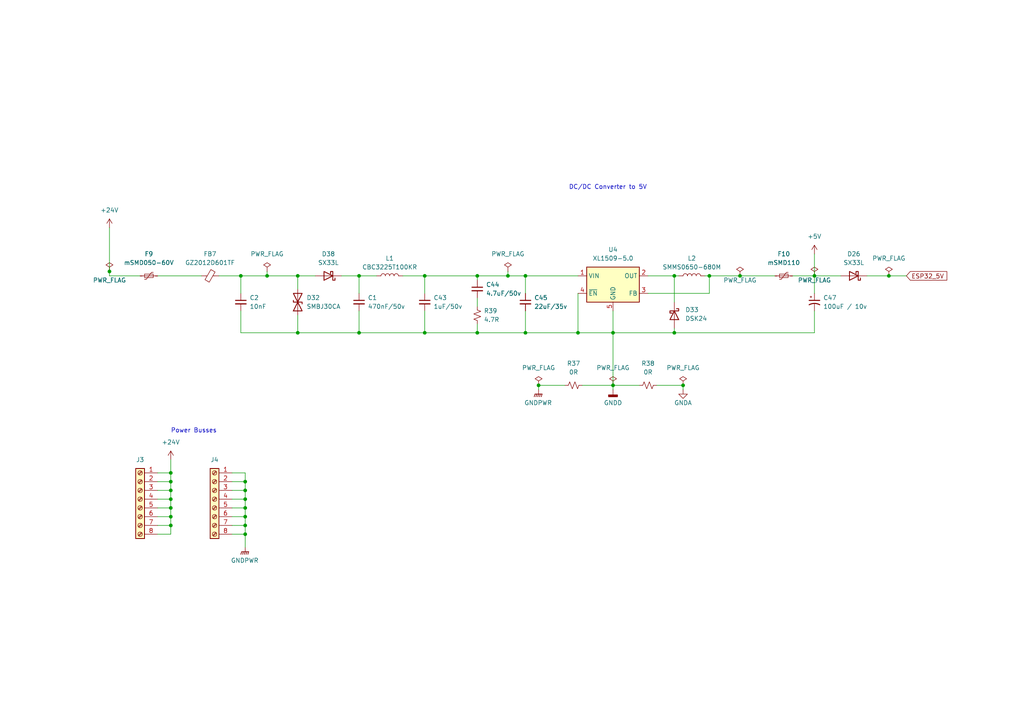
<source format=kicad_sch>
(kicad_sch (version 20231120) (generator "eeschema") (generator_version "8.0")
  (paper "A4")
  (title_block (title "Yarrboard 8ch Mosfet Driver") (rev "C1") (company "https://github.com/hoeken/yarrboard"))
  (lib_symbols
    (symbol "Connector:Screw_Terminal_01x08" (pin_names (offset 1.016) hide)
      (property "Reference" "J" (at 0 10.16 0))
      (property "Value" "Screw_Terminal_01x08" (at 0 -12.7 0))
      (symbol "Screw_Terminal_01x08_1_1"
        (rectangle (start -1.27 8.89) (end 1.27 -11.43) (stroke (width 0.254)) (fill (type background)))
        (circle (center 0 -10.16) (radius 0.635) (stroke (width 0.1524)))
        (circle (center 0 -7.62) (radius 0.635) (stroke (width 0.1524)))
        (circle (center 0 -5.08) (radius 0.635) (stroke (width 0.1524)))
        (circle (center 0 -2.54) (radius 0.635) (stroke (width 0.1524)))
        (polyline (pts (xy -0.5334 -9.8298) (xy 0.3302 -10.668)) (stroke (width 0.1524)))
        (polyline (pts (xy -0.5334 -7.2898) (xy 0.3302 -8.128)) (stroke (width 0.1524)))
        (polyline (pts (xy -0.5334 -4.7498) (xy 0.3302 -5.588)) (stroke (width 0.1524)))
        (polyline (pts (xy -0.5334 -2.2098) (xy 0.3302 -3.048)) (stroke (width 0.1524)))
        (polyline (pts (xy -0.5334 0.3302) (xy 0.3302 -0.508)) (stroke (width 0.1524)))
        (polyline (pts (xy -0.5334 2.8702) (xy 0.3302 2.032)) (stroke (width 0.1524)))
        (polyline (pts (xy -0.5334 5.4102) (xy 0.3302 4.572)) (stroke (width 0.1524)))
        (polyline (pts (xy -0.5334 7.9502) (xy 0.3302 7.112)) (stroke (width 0.1524)))
        (polyline (pts (xy -0.3556 -9.652) (xy 0.508 -10.4902)) (stroke (width 0.1524)))
        (polyline (pts (xy -0.3556 -7.112) (xy 0.508 -7.9502)) (stroke (width 0.1524)))
        (polyline (pts (xy -0.3556 -4.572) (xy 0.508 -5.4102)) (stroke (width 0.1524)))
        (polyline (pts (xy -0.3556 -2.032) (xy 0.508 -2.8702)) (stroke (width 0.1524)))
        (polyline (pts (xy -0.3556 0.508) (xy 0.508 -0.3302)) (stroke (width 0.1524)))
        (polyline (pts (xy -0.3556 3.048) (xy 0.508 2.2098)) (stroke (width 0.1524)))
        (polyline (pts (xy -0.3556 5.588) (xy 0.508 4.7498)) (stroke (width 0.1524)))
        (polyline (pts (xy -0.3556 8.128) (xy 0.508 7.2898)) (stroke (width 0.1524)))
        (circle (center 0 0) (radius 0.635) (stroke (width 0.1524)))
        (circle (center 0 2.54) (radius 0.635) (stroke (width 0.1524)))
        (circle (center 0 5.08) (radius 0.635) (stroke (width 0.1524)))
        (circle (center 0 7.62) (radius 0.635) (stroke (width 0.1524)))
        (pin passive line (at -5.08 7.62 0) (length 3.81) (name "Pin_1") (number "1"))
        (pin passive line (at -5.08 5.08 0) (length 3.81) (name "Pin_2") (number "2"))
        (pin passive line (at -5.08 2.54 0) (length 3.81) (name "Pin_3") (number "3"))
        (pin passive line (at -5.08 0 0) (length 3.81) (name "Pin_4") (number "4"))
        (pin passive line (at -5.08 -2.54 0) (length 3.81) (name "Pin_5") (number "5"))
        (pin passive line (at -5.08 -5.08 0) (length 3.81) (name "Pin_6") (number "6"))
        (pin passive line (at -5.08 -7.62 0) (length 3.81) (name "Pin_7") (number "7"))
        (pin passive line (at -5.08 -10.16 0) (length 3.81) (name "Pin_8") (number "8"))
      )
    )
    (symbol "Device:C_Polarized_Small_US" (pin_numbers hide) (pin_names (offset 0.254) hide)
      (property "Reference" "C" (at 0.254 1.778 0))
      (property "Value" "C_Polarized_Small_US" (at 0.254 -2.032 0))
      (symbol "C_Polarized_Small_US_0_1"
        (polyline (pts (xy -1.524 0.508) (xy 1.524 0.508)) (stroke (width 0.3048)))
        (polyline (pts (xy -1.27 1.524) (xy -0.762 1.524)))
        (polyline (pts (xy -1.016 1.27) (xy -1.016 1.778)))
        (arc (start 1.524 -0.762) (mid 0 -0.3734) (end -1.524 -0.762) (stroke (width 0.3048)))
      )
      (symbol "C_Polarized_Small_US_1_1"
        (pin passive line (at 0 2.54 270) (length 2.032) (name "~") (number "1"))
        (pin passive line (at 0 -2.54 90) (length 2.032) (name "~") (number "2"))
      )
    )
    (symbol "Device:C_Small" (pin_numbers hide) (pin_names (offset 0.254) hide)
      (property "Reference" "C" (at 0.254 1.778 0))
      (property "Value" "C_Small" (at 0.254 -2.032 0))
      (symbol "C_Small_0_1"
        (polyline (pts (xy -1.524 -0.508) (xy 1.524 -0.508)) (stroke (width 0.3302)))
        (polyline (pts (xy -1.524 0.508) (xy 1.524 0.508)) (stroke (width 0.3048)))
      )
      (symbol "C_Small_1_1"
        (pin passive line (at 0 2.54 270) (length 2.032) (name "~") (number "1"))
        (pin passive line (at 0 -2.54 90) (length 2.032) (name "~") (number "2"))
      )
    )
    (symbol "Device:D_Schottky" (pin_numbers hide) (pin_names (offset 1.016) hide)
      (property "Reference" "D" (at 0 2.54 0))
      (property "Value" "D_Schottky" (at 0 -2.54 0))
      (symbol "D_Schottky_0_1"
        (polyline (pts (xy 1.27 0) (xy -1.27 0)))
        (polyline (pts (xy 1.27 1.27) (xy 1.27 -1.27) (xy -1.27 0) (xy 1.27 1.27)) (stroke (width 0.254)))
        (polyline (pts (xy -1.905 0.635) (xy -1.905 1.27) (xy -1.27 1.27) (xy -1.27 -1.27) (xy -0.635 -1.27) (xy -0.635 -0.635)) (stroke (width 0.254)))
      )
      (symbol "D_Schottky_1_1"
        (pin passive line (at -3.81 0 0) (length 2.54) (name "K") (number "1"))
        (pin passive line (at 3.81 0 180) (length 2.54) (name "A") (number "2"))
      )
    )
    (symbol "Device:D_TVS" (pin_numbers hide) (pin_names (offset 1.016) hide)
      (property "Reference" "D" (at 0 2.54 0))
      (property "Value" "D_TVS" (at 0 -2.54 0))
      (symbol "D_TVS_0_1"
        (polyline (pts (xy 1.27 0) (xy -1.27 0)))
        (polyline (pts (xy 0.508 1.27) (xy 0 1.27) (xy 0 -1.27) (xy -0.508 -1.27)) (stroke (width 0.254)))
        (polyline (pts (xy -2.54 1.27) (xy -2.54 -1.27) (xy 2.54 1.27) (xy 2.54 -1.27) (xy -2.54 1.27)) (stroke (width 0.254)))
      )
      (symbol "D_TVS_1_1"
        (pin passive line (at -3.81 0 0) (length 2.54) (name "A1") (number "1"))
        (pin passive line (at 3.81 0 180) (length 2.54) (name "A2") (number "2"))
      )
    )
    (symbol "Device:FerriteBead_Small" (pin_numbers hide) (pin_names (offset 0))
      (property "Reference" "FB" (at 1.905 1.27 0))
      (property "Value" "FerriteBead_Small" (at 1.905 -1.27 0))
      (symbol "FerriteBead_Small_0_1"
        (polyline (pts (xy 0 -1.27) (xy 0 -0.7874)))
        (polyline (pts (xy 0 0.889) (xy 0 1.2954)))
        (polyline (pts (xy -1.8288 0.2794) (xy -1.1176 1.4986) (xy 1.8288 -0.2032) (xy 1.1176 -1.4224) (xy -1.8288 0.2794)))
      )
      (symbol "FerriteBead_Small_1_1"
        (pin passive line (at 0 2.54 270) (length 1.27) (name "~") (number "1"))
        (pin passive line (at 0 -2.54 90) (length 1.27) (name "~") (number "2"))
      )
    )
    (symbol "Device:L" (pin_numbers hide) (pin_names (offset 1.016) hide)
      (property "Reference" "L" (at -1.27 0 90))
      (property "Value" "L" (at 1.905 0 90))
      (symbol "L_0_1"
        (arc (start 0 -2.54) (mid 0.6323 -1.905) (end 0 -1.27))
        (arc (start 0 -1.27) (mid 0.6323 -0.635) (end 0 0))
        (arc (start 0 0) (mid 0.6323 0.635) (end 0 1.27))
        (arc (start 0 1.27) (mid 0.6323 1.905) (end 0 2.54))
      )
      (symbol "L_1_1"
        (pin passive line (at 0 3.81 270) (length 1.27) (name "1") (number "1"))
        (pin passive line (at 0 -3.81 90) (length 1.27) (name "2") (number "2"))
      )
    )
    (symbol "Device:Polyfuse_Small" (pin_numbers hide) (pin_names (offset 0))
      (property "Reference" "F" (at -1.905 0 90))
      (property "Value" "Polyfuse_Small" (at 1.905 0 90))
      (symbol "Polyfuse_Small_0_1"
        (rectangle (start -0.508 1.27) (end 0.508 -1.27))
        (polyline (pts (xy 0 2.54) (xy 0 -2.54)))
        (polyline (pts (xy -1.016 1.27) (xy -1.016 0.762) (xy 1.016 -0.762) (xy 1.016 -1.27)))
      )
      (symbol "Polyfuse_Small_1_1"
        (pin passive line (at 0 2.54 270) (length 0.635) (name "~") (number "1"))
        (pin passive line (at 0 -2.54 90) (length 0.635) (name "~") (number "2"))
      )
    )
    (symbol "Device:R_Small_US" (pin_numbers hide) (pin_names (offset 0.254) hide)
      (property "Reference" "R" (at 0.762 0.508 0))
      (property "Value" "R_Small_US" (at 0.762 -1.016 0))
      (symbol "R_Small_US_1_1"
        (polyline (pts (xy 0 0) (xy 1.016 -0.381) (xy 0 -0.762) (xy -1.016 -1.143) (xy 0 -1.524)))
        (polyline (pts (xy 0 1.524) (xy 1.016 1.143) (xy 0 0.762) (xy -1.016 0.381) (xy 0 0)))
        (pin passive line (at 0 2.54 270) (length 1.016) (name "~") (number "1"))
        (pin passive line (at 0 -2.54 90) (length 1.016) (name "~") (number "2"))
      )
    )
    (symbol "Regulator_Switching:XL1509-5.0"
      (property "Reference" "U" (at -7.112 6.096 0))
      (property "Value" "XL1509-5.0" (at 5.842 6.096 0))
      (symbol "XL1509-5.0_0_1"
        (rectangle (start -7.62 5.08) (end 7.62 -5.08) (stroke (width 0.254)) (fill (type background)))
      )
      (symbol "XL1509-5.0_1_1"
        (pin power_in line (at -10.16 2.54 0) (length 2.54) (name "VIN") (number "1"))
        (pin power_out line (at 10.16 2.54 180) (length 2.54) (name "OUT") (number "2"))
        (pin input line (at 10.16 -2.54 180) (length 2.54) (name "FB") (number "3"))
        (pin input line (at -10.16 -2.54 0) (length 2.54) (name "~{EN}") (number "4"))
        (pin power_in line (at 0 -7.62 90) (length 2.54) (name "GND") (number "5"))
        (pin passive line (at 0 -7.62 90) (length 2.54) hide (name "GND") (number "6"))
        (pin passive line (at 0 -7.62 90) (length 2.54) hide (name "GND") (number "7"))
        (pin passive line (at 0 -7.62 90) (length 2.54) hide (name "GND") (number "8"))
      )
    )
    (symbol "power:+24V" (power) (pin_names (offset 0))
      (property "Value" "+24V" (at 0 3.556 0))
      (symbol "+24V_0_1"
        (polyline (pts (xy -0.762 1.27) (xy 0 2.54)))
        (polyline (pts (xy 0 0) (xy 0 2.54)))
        (polyline (pts (xy 0 2.54) (xy 0.762 1.27)))
      )
      (symbol "+24V_1_1"
        (pin power_in line (at 0 0 90) (length 0) hide (name "+24V") (number "1"))
      )
    )
    (symbol "power:+5V" (power) (pin_names (offset 0))
      (property "Value" "+5V" (at 0 3.556 0))
      (symbol "+5V_0_1"
        (polyline (pts (xy -0.762 1.27) (xy 0 2.54)))
        (polyline (pts (xy 0 0) (xy 0 2.54)))
        (polyline (pts (xy 0 2.54) (xy 0.762 1.27)))
      )
      (symbol "+5V_1_1"
        (pin power_in line (at 0 0 90) (length 0) hide (name "+5V") (number "1"))
      )
    )
    (symbol "power:GNDA" (power) (pin_names (offset 0))
      (property "Value" "GNDA" (at 0 -3.81 0))
      (symbol "GNDA_0_1"
        (polyline (pts (xy 0 0) (xy 0 -1.27) (xy 1.27 -1.27) (xy 0 -2.54) (xy -1.27 -1.27) (xy 0 -1.27)))
      )
      (symbol "GNDA_1_1"
        (pin power_in line (at 0 0 270) (length 0) hide (name "GNDA") (number "1"))
      )
    )
    (symbol "power:GNDD" (power) (pin_names (offset 0))
      (property "Value" "GNDD" (at 0 -3.175 0))
      (symbol "GNDD_0_1"
        (rectangle (start -1.27 -1.524) (end 1.27 -2.032) (stroke (width 0.254)) (fill (type outline)))
        (polyline (pts (xy 0 0) (xy 0 -1.524)))
      )
      (symbol "GNDD_1_1"
        (pin power_in line (at 0 0 270) (length 0) hide (name "GNDD") (number "1"))
      )
    )
    (symbol "power:GNDPWR" (power) (pin_names (offset 0))
      (property "Value" "GNDPWR" (at 0 -3.302 0))
      (symbol "GNDPWR_0_1"
        (polyline (pts (xy 0 -1.27) (xy 0 0)))
        (polyline (pts (xy -1.016 -1.27) (xy -1.27 -2.032) (xy -1.27 -2.032)) (stroke (width 0.2032)))
        (polyline (pts (xy -0.508 -1.27) (xy -0.762 -2.032) (xy -0.762 -2.032)) (stroke (width 0.2032)))
        (polyline (pts (xy 0 -1.27) (xy -0.254 -2.032) (xy -0.254 -2.032)) (stroke (width 0.2032)))
        (polyline (pts (xy 0.508 -1.27) (xy 0.254 -2.032) (xy 0.254 -2.032)) (stroke (width 0.2032)))
        (polyline (pts (xy 1.016 -1.27) (xy -1.016 -1.27) (xy -1.016 -1.27)) (stroke (width 0.2032)))
        (polyline (pts (xy 1.016 -1.27) (xy 0.762 -2.032) (xy 0.762 -2.032) (xy 0.762 -2.032)) (stroke (width 0.2032)))
      )
      (symbol "GNDPWR_1_1"
        (pin power_in line (at 0 0 270) (length 0) hide (name "GNDPWR") (number "1"))
      )
    )
    (symbol "power:PWR_FLAG" (power) (pin_numbers hide) (pin_names (offset 0) hide)
      (property "Value" "PWR_FLAG" (at 0 3.81 0))
      (symbol "PWR_FLAG_0_0"
        (pin power_out line (at 0 0 90) (length 0) (name "pwr") (number "1"))
      )
      (symbol "PWR_FLAG_0_1"
        (polyline (pts (xy 0 0) (xy 0 1.27) (xy -1.016 1.905) (xy 0 2.54) (xy 1.016 1.905) (xy 0 1.27)))
      )
    )
  )
  (junction (at 177.8 111.76))
  (junction (at 71.12 142.24))
  (junction (at 195.58 96.52))
  (junction (at 69.85 80.01))
  (junction (at 152.4 80.01))
  (junction (at 49.53 137.16))
  (junction (at 177.8 96.52))
  (junction (at 71.12 149.86))
  (junction (at 138.43 80.01))
  (junction (at 71.12 144.78))
  (junction (at 71.12 154.94))
  (junction (at 123.19 80.01))
  (junction (at 71.12 152.4))
  (junction (at 236.22 80.01))
  (junction (at 49.53 152.4))
  (junction (at 195.58 80.01))
  (junction (at 156.21 111.76))
  (junction (at 71.12 147.32))
  (junction (at 152.4 96.52))
  (junction (at 31.75 78.74))
  (junction (at 123.19 96.52))
  (junction (at 86.36 80.01))
  (junction (at 205.74 80.01))
  (junction (at 104.14 96.52))
  (junction (at 49.53 142.24))
  (junction (at 257.81 80.01))
  (junction (at 198.12 111.76))
  (junction (at 214.63 80.01))
  (junction (at 49.53 139.7))
  (junction (at 49.53 149.86))
  (junction (at 104.14 80.01))
  (junction (at 77.47 80.01))
  (junction (at 138.43 96.52))
  (junction (at 147.32 80.01))
  (junction (at 71.12 139.7))
  (junction (at 49.53 144.78))
  (junction (at 49.53 147.32))
  (junction (at 86.36 96.52))
  (junction (at 167.64 96.52))
  (wire (pts (xy 138.43 96.52) (xy 152.4 96.52)))
  (wire (pts (xy 138.43 93.98) (xy 138.43 96.52)))
  (wire (pts (xy 49.53 137.16) (xy 49.53 139.7)))
  (wire (pts (xy 147.32 78.74) (xy 147.32 80.01)))
  (wire (pts (xy 69.85 90.17) (xy 69.85 96.52)))
  (wire (pts (xy 138.43 80.01) (xy 147.32 80.01)))
  (wire (pts (xy 86.36 80.01) (xy 91.44 80.01)))
  (wire (pts (xy 123.19 96.52) (xy 138.43 96.52)))
  (wire (pts (xy 71.12 144.78) (xy 71.12 142.24)))
  (wire (pts (xy 67.31 139.7) (xy 71.12 139.7)))
  (wire (pts (xy 49.53 147.32) (xy 49.53 149.86)))
  (wire (pts (xy 45.72 137.16) (xy 49.53 137.16)))
  (wire (pts (xy 138.43 80.01) (xy 138.43 81.28)))
  (wire (pts (xy 63.5 80.01) (xy 69.85 80.01)))
  (wire (pts (xy 45.72 152.4) (xy 49.53 152.4)))
  (wire (pts (xy 67.31 152.4) (xy 71.12 152.4)))
  (wire (pts (xy 187.96 80.01) (xy 195.58 80.01)))
  (wire (pts (xy 116.84 80.01) (xy 123.19 80.01)))
  (wire (pts (xy 71.12 139.7) (xy 71.12 137.16)))
  (wire (pts (xy 104.14 80.01) (xy 109.22 80.01)))
  (wire (pts (xy 152.4 96.52) (xy 167.64 96.52)))
  (wire (pts (xy 123.19 80.01) (xy 123.19 85.09)))
  (wire (pts (xy 71.12 149.86) (xy 71.12 147.32)))
  (wire (pts (xy 67.31 147.32) (xy 71.12 147.32)))
  (wire (pts (xy 177.8 96.52) (xy 195.58 96.52)))
  (wire (pts (xy 67.31 144.78) (xy 71.12 144.78)))
  (wire (pts (xy 167.64 96.52) (xy 177.8 96.52)))
  (wire (pts (xy 147.32 80.01) (xy 152.4 80.01)))
  (wire (pts (xy 251.46 80.01) (xy 257.81 80.01)))
  (wire (pts (xy 49.53 144.78) (xy 49.53 147.32)))
  (wire (pts (xy 69.85 80.01) (xy 77.47 80.01)))
  (wire (pts (xy 67.31 154.94) (xy 71.12 154.94)))
  (wire (pts (xy 152.4 90.17) (xy 152.4 96.52)))
  (wire (pts (xy 123.19 80.01) (xy 138.43 80.01)))
  (wire (pts (xy 195.58 80.01) (xy 195.58 87.63)))
  (wire (pts (xy 205.74 80.01) (xy 205.74 85.09)))
  (wire (pts (xy 45.72 149.86) (xy 49.53 149.86)))
  (wire (pts (xy 67.31 149.86) (xy 71.12 149.86)))
  (wire (pts (xy 86.36 91.44) (xy 86.36 96.52)))
  (wire (pts (xy 257.81 80.01) (xy 262.89 80.01)))
  (wire (pts (xy 168.91 111.76) (xy 177.8 111.76)))
  (wire (pts (xy 71.12 137.16) (xy 67.31 137.16)))
  (wire (pts (xy 229.87 80.01) (xy 236.22 80.01)))
  (wire (pts (xy 31.75 80.01) (xy 40.64 80.01)))
  (wire (pts (xy 205.74 85.09) (xy 187.96 85.09)))
  (wire (pts (xy 31.75 78.74) (xy 31.75 80.01)))
  (wire (pts (xy 236.22 73.66) (xy 236.22 80.01)))
  (wire (pts (xy 69.85 96.52) (xy 86.36 96.52)))
  (wire (pts (xy 49.53 142.24) (xy 49.53 144.78)))
  (wire (pts (xy 177.8 111.76) (xy 177.8 113.03)))
  (wire (pts (xy 77.47 78.74) (xy 77.47 80.01)))
  (wire (pts (xy 138.43 86.36) (xy 138.43 88.9)))
  (wire (pts (xy 177.8 90.17) (xy 177.8 96.52)))
  (wire (pts (xy 177.8 96.52) (xy 177.8 111.76)))
  (wire (pts (xy 195.58 80.01) (xy 196.85 80.01)))
  (wire (pts (xy 195.58 95.25) (xy 195.58 96.52)))
  (wire (pts (xy 45.72 147.32) (xy 49.53 147.32)))
  (wire (pts (xy 49.53 152.4) (xy 49.53 154.94)))
  (wire (pts (xy 45.72 80.01) (xy 58.42 80.01)))
  (wire (pts (xy 152.4 80.01) (xy 152.4 85.09)))
  (wire (pts (xy 49.53 133.35) (xy 49.53 137.16)))
  (wire (pts (xy 205.74 80.01) (xy 214.63 80.01)))
  (wire (pts (xy 49.53 139.7) (xy 49.53 142.24)))
  (wire (pts (xy 45.72 154.94) (xy 49.53 154.94)))
  (wire (pts (xy 69.85 80.01) (xy 69.85 85.09)))
  (wire (pts (xy 152.4 80.01) (xy 167.64 80.01)))
  (wire (pts (xy 236.22 80.01) (xy 243.84 80.01)))
  (wire (pts (xy 190.5 111.76) (xy 198.12 111.76)))
  (wire (pts (xy 104.14 96.52) (xy 123.19 96.52)))
  (wire (pts (xy 123.19 90.17) (xy 123.19 96.52)))
  (wire (pts (xy 99.06 80.01) (xy 104.14 80.01)))
  (wire (pts (xy 45.72 144.78) (xy 49.53 144.78)))
  (wire (pts (xy 86.36 96.52) (xy 104.14 96.52)))
  (wire (pts (xy 71.12 147.32) (xy 71.12 144.78)))
  (wire (pts (xy 236.22 90.17) (xy 236.22 96.52)))
  (wire (pts (xy 214.63 80.01) (xy 224.79 80.01)))
  (wire (pts (xy 71.12 142.24) (xy 71.12 139.7)))
  (wire (pts (xy 198.12 113.03) (xy 198.12 111.76)))
  (wire (pts (xy 77.47 80.01) (xy 86.36 80.01)))
  (wire (pts (xy 67.31 142.24) (xy 71.12 142.24)))
  (wire (pts (xy 45.72 139.7) (xy 49.53 139.7)))
  (wire (pts (xy 31.75 78.74) (xy 31.75 66.04)))
  (wire (pts (xy 104.14 90.17) (xy 104.14 96.52)))
  (wire (pts (xy 71.12 152.4) (xy 71.12 149.86)))
  (wire (pts (xy 204.47 80.01) (xy 205.74 80.01)))
  (wire (pts (xy 177.8 111.76) (xy 185.42 111.76)))
  (wire (pts (xy 195.58 96.52) (xy 236.22 96.52)))
  (wire (pts (xy 86.36 80.01) (xy 86.36 83.82)))
  (wire (pts (xy 236.22 80.01) (xy 236.22 85.09)))
  (wire (pts (xy 71.12 154.94) (xy 71.12 152.4)))
  (wire (pts (xy 156.21 111.76) (xy 156.21 113.03)))
  (wire (pts (xy 104.14 85.09) (xy 104.14 80.01)))
  (wire (pts (xy 156.21 111.76) (xy 163.83 111.76)))
  (wire (pts (xy 49.53 149.86) (xy 49.53 152.4)))
  (wire (pts (xy 167.64 85.09) (xy 167.64 96.52)))
  (wire (pts (xy 45.72 142.24) (xy 49.53 142.24)))
  (wire (pts (xy 71.12 154.94) (xy 71.12 158.75)))
  (text "Power Busses" (at 49.53 125.73 0) (effects (font (size 1.27 1.27)) (justify left bottom)))
  (text "DC/DC Converter to 5V" (at 164.973 55.118 0) (effects (font (size 1.27 1.27)) (justify left bottom)))
  (global_label "ESP32_5V" (shape input) (at 262.89 80.01 0) (property "Intersheetrefs" "${INTERSHEET_REFS}" (effects (hide yes))))
  (symbol (lib_id "Device:C_Small") (at 152.4 87.63 0) (unit 1)
    (property "Reference" "C45" (at 154.94 86.3663 0) (effects (justify left)))
    (property "Value" "22uF/35v" (at 154.94 88.9063 0) (effects (justify left)))
    (property "Footprint" "Capacitor_SMD:C_0805_2012Metric_Pad1.18x1.45mm_HandSolder" (effects (hide yes)))
  )
  (symbol (lib_id "Device:D_Schottky") (at 195.58 91.44 270) (unit 1)
    (property "Reference" "D33" (at 198.755 89.8525 90) (effects (justify left)))
    (property "Value" "DSK24" (at 198.755 92.3925 90) (effects (justify left)))
    (property "Footprint" "Diode_SMD:D_SOD-123" (effects (hide yes)))
    (property "Mouser" " 610-CMHSH5-2L" (effects (hide yes)))
    (property "LCSC" "C908229" (effects (hide yes)))
  )
  (symbol (lib_id "power:PWR_FLAG") (at 147.32 78.74 0) (unit 1)
    (property "Reference" "#FLG01" (effects (hide yes)))
    (property "Value" "PWR_FLAG" (at 147.32 73.66 0))
  )
  (symbol (lib_id "Connector:Screw_Terminal_01x08") (at 40.64 144.78 0) (mirror y) (unit 1) (in_bom no)
    (property "Reference" "J3" (at 40.64 133.35 0))
    (property "Value" "Screw_Terminal_01x08" (effects (hide yes)))
    (property "Footprint" "yarrboard:Busbar 1x9 .375in" (effects (hide yes)))
  )
  (symbol (lib_id "Device:R_Small_US") (at 166.37 111.76 270) (unit 1)
    (property "Reference" "R37" (at 166.37 105.41 90))
    (property "Value" "0R" (at 166.37 107.95 90))
    (property "Footprint" "Resistor_SMD:R_0805_2012Metric_Pad1.20x1.40mm_HandSolder" (effects (hide yes)))
  )
  (symbol (lib_id "Device:D_Schottky") (at 247.65 80.01 180) (unit 1)
    (property "Reference" "D26" (at 247.65 73.66 0))
    (property "Value" "SX33L" (at 247.65 76.2 0))
    (property "Footprint" "Diode_SMD:D_SMA" (effects (hide yes)))
    (property "Mouser" " 241-SX33L_R1_00001" (effects (hide yes)))
  )
  (symbol (lib_id "power:PWR_FLAG") (at 257.81 80.01 0) (unit 1)
    (property "Reference" "#FLG08" (effects (hide yes)))
    (property "Value" "PWR_FLAG" (at 257.81 74.93 0))
  )
  (symbol (lib_id "Connector:Screw_Terminal_01x08") (at 62.23 144.78 0) (mirror y) (unit 1) (in_bom no)
    (property "Reference" "J4" (at 62.23 133.35 0))
    (property "Value" "Screw_Terminal_01x08" (effects (hide yes)))
    (property "Footprint" "yarrboard:Busbar 1x9 .375in" (effects (hide yes)))
  )
  (symbol (lib_id "power:PWR_FLAG") (at 214.63 80.01 0) (unit 1)
    (property "Reference" "#FLG07" (effects (hide yes)))
    (property "Value" "PWR_FLAG" (at 214.63 81.28 0))
  )
  (symbol (lib_id "Device:L") (at 200.66 80.01 90) (unit 1)
    (property "Reference" "L2" (at 200.66 74.93 90))
    (property "Value" "SMMS0650-680M" (at 200.66 77.47 90))
    (property "Footprint" "Inductor_SMD:L_Chilisin_BMRB00060650" (effects (hide yes)))
    (property "LCSC" "C2894721" (effects (hide yes)))
  )
  (symbol (lib_id "power:PWR_FLAG") (at 31.75 78.74 0) (unit 1)
    (property "Reference" "#FLG06" (effects (hide yes)))
    (property "Value" "PWR_FLAG" (at 31.75 81.28 0))
  )
  (symbol (lib_id "Device:C_Small") (at 123.19 87.63 0) (unit 1)
    (property "Reference" "C43" (at 125.73 86.3663 0) (effects (justify left)))
    (property "Value" "1uF/50v" (at 125.73 88.9063 0) (effects (justify left)))
    (property "Footprint" "Capacitor_SMD:C_0805_2012Metric_Pad1.18x1.45mm_HandSolder" (effects (hide yes)))
  )
  (symbol (lib_id "Device:L") (at 113.03 80.01 90) (unit 1)
    (property "Reference" "L1" (at 113.03 74.93 90))
    (property "Value" "CBC3225T100KR" (at 113.03 77.47 90))
    (property "Footprint" "Inductor_SMD:L_1210_3225Metric" (effects (hide yes)))
    (property "LCSC" "C90321" (effects (hide yes)))
  )
  (symbol (lib_id "power:PWR_FLAG") (at 198.12 111.76 0) (unit 1)
    (property "Reference" "#FLG05" (effects (hide yes)))
    (property "Value" "PWR_FLAG" (at 198.12 106.68 0))
  )
  (symbol (lib_id "Device:C_Polarized_Small_US") (at 236.22 87.63 0) (unit 1)
    (property "Reference" "C47" (at 238.76 86.3663 0) (effects (justify left)))
    (property "Value" "100uF / 10v" (at 238.76 88.9063 0) (effects (justify left)))
    (property "Footprint" "Capacitor_Tantalum_SMD:CP_EIA-3528-21_Kemet-B" (effects (hide yes)))
    (property "LCSC" "C90975" (effects (hide yes)))
  )
  (symbol (lib_id "power:PWR_FLAG") (at 156.21 111.76 0) (unit 1)
    (property "Reference" "#FLG03" (effects (hide yes)))
    (property "Value" "PWR_FLAG" (at 156.21 106.68 0))
  )
  (symbol (lib_id "Device:D_TVS") (at 86.36 87.63 90) (unit 1)
    (property "Reference" "D32" (at 88.9 86.36 90) (effects (justify right)))
    (property "Value" "SMBJ30CA" (at 88.9 88.9 90) (effects (justify right)))
    (property "Footprint" "Diode_SMD:D_SMB" (effects (hide yes)))
    (property "LCSC" "C284101" (effects (hide yes)))
  )
  (symbol (lib_id "Device:FerriteBead_Small") (at 60.96 80.01 90) (unit 1)
    (property "Reference" "FB7" (at 60.9219 73.66 90))
    (property "Value" "GZ2012D601TF" (at 60.9219 76.2 90))
    (property "Footprint" "Inductor_SMD:L_0805_2012Metric" (effects (hide yes)))
    (property "LCSC" "C1017" (effects (hide yes)))
  )
  (symbol (lib_id "Regulator_Switching:XL1509-5.0") (at 177.8 82.55 0) (unit 1)
    (property "Reference" "U4" (at 177.8 72.39 0))
    (property "Value" "XL1509-5.0" (at 177.8 74.93 0))
    (property "Footprint" "Package_SO:SOIC-8_3.9x4.9mm_P1.27mm" (effects (hide yes)))
    (property "Datasheet" "https://datasheet.lcsc.com/lcsc/1809050422_XLSEMI-XL1509-5-0E1_C61063.pdf" (effects (hide yes)))
    (property "LCSC" "C2902368" (effects (hide yes)))
  )
  (symbol (lib_id "Device:C_Small") (at 69.85 87.63 0) (unit 1)
    (property "Reference" "C2" (at 72.39 86.3663 0) (effects (justify left)))
    (property "Value" "10nF" (at 72.39 88.9063 0) (effects (justify left)))
    (property "Footprint" "Capacitor_SMD:C_0805_2012Metric_Pad1.18x1.45mm_HandSolder" (effects (hide yes)))
  )
  (symbol (lib_id "Device:C_Small") (at 138.43 83.82 0) (unit 1)
    (property "Reference" "C44" (at 140.97 82.5563 0) (effects (justify left)))
    (property "Value" "4.7uF/50v" (at 140.97 85.0963 0) (effects (justify left)))
    (property "Footprint" "Capacitor_SMD:C_0805_2012Metric_Pad1.18x1.45mm_HandSolder" (effects (hide yes)))
  )
  (symbol (lib_id "Device:Polyfuse_Small") (at 227.33 80.01 270) (unit 1)
    (property "Reference" "F10" (at 227.33 73.66 90))
    (property "Value" "mSMD110" (at 227.33 76.2 90))
    (property "Footprint" "Fuse:Fuse_1812_4532Metric_Pad1.30x3.40mm_HandSolder" (effects (hide yes)))
    (property "LCSC" "C69691" (effects (hide yes)))
  )
  (symbol (lib_id "Device:R_Small_US") (at 138.43 91.44 0) (unit 1)
    (property "Reference" "R39" (at 140.335 90.17 0) (effects (justify left)))
    (property "Value" "4.7R" (at 140.335 92.71 0) (effects (justify left)))
    (property "Footprint" "Resistor_SMD:R_0805_2012Metric_Pad1.20x1.40mm_HandSolder" (effects (hide yes)))
  )
  (symbol (lib_id "power:GNDPWR") (at 71.12 158.75 0) (unit 1)
    (property "Reference" "#PWR017" (effects (hide yes)))
    (property "Value" "GNDPWR" (at 70.993 162.56 0))
  )
  (symbol (lib_id "power:+24V") (at 49.53 133.35 0) (unit 1)
    (property "Reference" "#PWR016" (effects (hide yes)))
    (property "Value" "+24V" (at 49.53 128.27 0))
  )
  (symbol (lib_id "power:GNDPWR") (at 156.21 113.03 0) (unit 1)
    (property "Reference" "#PWR09" (effects (hide yes)))
    (property "Value" "GNDPWR" (at 156.083 116.84 0))
  )
  (symbol (lib_id "Device:Polyfuse_Small") (at 43.18 80.01 270) (unit 1)
    (property "Reference" "F9" (at 43.18 73.66 90))
    (property "Value" "mSMD050-60V" (at 43.18 76.2 90))
    (property "Footprint" "Fuse:Fuse_1812_4532Metric_Pad1.30x3.40mm_HandSolder" (effects (hide yes)))
    (property "LCSC" "C70113" (effects (hide yes)))
  )
  (symbol (lib_id "power:GNDD") (at 177.8 113.03 0) (unit 1)
    (property "Reference" "#PWR055" (effects (hide yes)))
    (property "Value" "GNDD" (at 177.8 116.84 0))
  )
  (symbol (lib_id "Device:R_Small_US") (at 187.96 111.76 270) (unit 1)
    (property "Reference" "R38" (at 187.96 105.41 90))
    (property "Value" "0R" (at 187.96 107.95 90))
    (property "Footprint" "Resistor_SMD:R_0805_2012Metric_Pad1.20x1.40mm_HandSolder" (effects (hide yes)))
  )
  (symbol (lib_id "power:+5V") (at 236.22 73.66 0) (unit 1)
    (property "Reference" "#PWR056" (effects (hide yes)))
    (property "Value" "+5V" (at 236.22 68.58 0))
  )
  (symbol (lib_id "power:GNDA") (at 198.12 113.03 0) (unit 1)
    (property "Reference" "#PWR059" (effects (hide yes)))
    (property "Value" "GNDA" (at 198.12 116.84 0))
  )
  (symbol (lib_id "Device:D_Schottky") (at 95.25 80.01 180) (unit 1)
    (property "Reference" "D38" (at 95.25 73.66 0))
    (property "Value" "SX33L" (at 95.25 76.2 0))
    (property "Footprint" "Diode_SMD:D_SMA" (effects (hide yes)))
    (property "Mouser" " 241-SX33L_R1_00001" (effects (hide yes)))
  )
  (symbol (lib_id "power:+24V") (at 31.75 66.04 0) (unit 1)
    (property "Reference" "#PWR011" (effects (hide yes)))
    (property "Value" "+24V" (at 31.75 60.96 0))
  )
  (symbol (lib_id "Device:C_Small") (at 104.14 87.63 0) (unit 1)
    (property "Reference" "C1" (at 106.68 86.3663 0) (effects (justify left)))
    (property "Value" "470nF/50v" (at 106.68 88.9063 0) (effects (justify left)))
    (property "Footprint" "Capacitor_SMD:C_0805_2012Metric_Pad1.18x1.45mm_HandSolder" (effects (hide yes)))
  )
  (symbol (lib_id "power:PWR_FLAG") (at 236.22 80.01 0) (unit 1)
    (property "Reference" "#FLG09" (effects (hide yes)))
    (property "Value" "PWR_FLAG" (at 236.22 81.28 0))
  )
  (symbol (lib_id "power:PWR_FLAG") (at 77.47 78.74 0) (unit 1)
    (property "Reference" "#FLG02" (effects (hide yes)))
    (property "Value" "PWR_FLAG" (at 77.47 73.66 0))
  )
  (symbol (lib_id "power:PWR_FLAG") (at 177.8 111.76 0) (unit 1)
    (property "Reference" "#FLG04" (effects (hide yes)))
    (property "Value" "PWR_FLAG" (at 177.8 106.68 0))
  )
)
</source>
